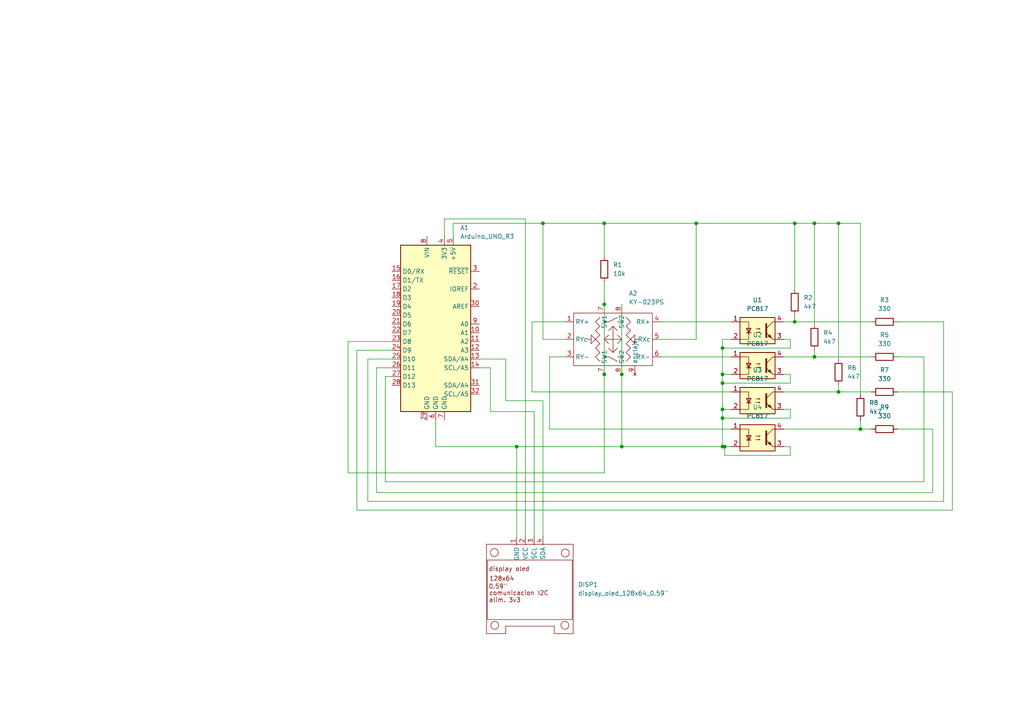
<source format=kicad_sch>
(kicad_sch (version 20211123) (generator eeschema)
  (paper "A4")
  (lib_symbols
    (symbol "Device:R" (pin_numbers hide) (pin_names (offset 0))
      (property "Reference" "R" (at 2.032 0 90))
      (property "Value" "R" (at 0 0 90))
      (symbol "R_0_1"
        (rectangle (start -1.016 -2.54) (end 1.016 2.54) (stroke (width 0.254)))
      )
      (symbol "R_1_1"
        (pin passive line (at 0 3.81 270) (length 1.27) (name "~") (number "1"))
        (pin passive line (at 0 -3.81 90) (length 1.27) (name "~") (number "2"))
      )
    )
    (symbol "Isolator:PC817" (pin_names (offset 1.016))
      (property "Reference" "U" (at -5.08 5.08 0))
      (property "Value" "PC817" (at 0 5.08 0))
      (symbol "PC817_0_1"
        (rectangle (start -5.08 3.81) (end 5.08 -3.81) (stroke (width 0.254)) (fill (type background)))
        (polyline (pts (xy -3.175 -0.635) (xy -1.905 -0.635)) (stroke (width 0.254)))
        (polyline (pts (xy 2.54 0.635) (xy 4.445 2.54)))
        (polyline (pts (xy 4.445 -2.54) (xy 2.54 -0.635)) (fill (type outline)))
        (polyline (pts (xy 4.445 -2.54) (xy 5.08 -2.54)))
        (polyline (pts (xy 4.445 2.54) (xy 5.08 2.54)))
        (polyline (pts (xy -5.08 2.54) (xy -2.54 2.54) (xy -2.54 -0.635)))
        (polyline (pts (xy -2.54 -0.635) (xy -2.54 -2.54) (xy -5.08 -2.54)))
        (polyline (pts (xy 2.54 1.905) (xy 2.54 -1.905) (xy 2.54 -1.905)) (stroke (width 0.508)))
        (polyline (pts (xy -2.54 -0.635) (xy -3.175 0.635) (xy -1.905 0.635) (xy -2.54 -0.635)) (stroke (width 0.254)))
        (polyline (pts (xy -0.508 -0.508) (xy 0.762 -0.508) (xy 0.381 -0.635) (xy 0.381 -0.381) (xy 0.762 -0.508)))
        (polyline (pts (xy -0.508 0.508) (xy 0.762 0.508) (xy 0.381 0.381) (xy 0.381 0.635) (xy 0.762 0.508)))
        (polyline (pts (xy 3.048 -1.651) (xy 3.556 -1.143) (xy 4.064 -2.159) (xy 3.048 -1.651) (xy 3.048 -1.651)) (fill (type outline)))
      )
      (symbol "PC817_1_1"
        (pin passive line (at -7.62 2.54 0) (length 2.54) (name "~") (number "1"))
        (pin passive line (at -7.62 -2.54 0) (length 2.54) (name "~") (number "2"))
        (pin passive line (at 7.62 -2.54 180) (length 2.54) (name "~") (number "3"))
        (pin passive line (at 7.62 2.54 180) (length 2.54) (name "~") (number "4"))
      )
    )
    (symbol "MCU_Module:Arduino_UNO_R3"
      (property "Reference" "A" (at -10.16 23.495 0))
      (property "Value" "Arduino_UNO_R3" (at 5.08 -26.67 0))
      (symbol "Arduino_UNO_R3_0_1"
        (rectangle (start -10.16 22.86) (end 10.16 -25.4) (stroke (width 0.254)) (fill (type background)))
      )
      (symbol "Arduino_UNO_R3_1_1"
        (pin no_connect line (at -10.16 -20.32 0) (length 2.54) hide (name "NC") (number "1"))
        (pin bidirectional line (at 12.7 -2.54 180) (length 2.54) (name "A1") (number "10"))
        (pin bidirectional line (at 12.7 -5.08 180) (length 2.54) (name "A2") (number "11"))
        (pin bidirectional line (at 12.7 -7.62 180) (length 2.54) (name "A3") (number "12"))
        (pin bidirectional line (at 12.7 -10.16 180) (length 2.54) (name "SDA/A4") (number "13"))
        (pin bidirectional line (at 12.7 -12.7 180) (length 2.54) (name "SCL/A5") (number "14"))
        (pin bidirectional line (at -12.7 15.24 0) (length 2.54) (name "D0/RX") (number "15"))
        (pin bidirectional line (at -12.7 12.7 0) (length 2.54) (name "D1/TX") (number "16"))
        (pin bidirectional line (at -12.7 10.16 0) (length 2.54) (name "D2") (number "17"))
        (pin bidirectional line (at -12.7 7.62 0) (length 2.54) (name "D3") (number "18"))
        (pin bidirectional line (at -12.7 5.08 0) (length 2.54) (name "D4") (number "19"))
        (pin output line (at 12.7 10.16 180) (length 2.54) (name "IOREF") (number "2"))
        (pin bidirectional line (at -12.7 2.54 0) (length 2.54) (name "D5") (number "20"))
        (pin bidirectional line (at -12.7 0 0) (length 2.54) (name "D6") (number "21"))
        (pin bidirectional line (at -12.7 -2.54 0) (length 2.54) (name "D7") (number "22"))
        (pin bidirectional line (at -12.7 -5.08 0) (length 2.54) (name "D8") (number "23"))
        (pin bidirectional line (at -12.7 -7.62 0) (length 2.54) (name "D9") (number "24"))
        (pin bidirectional line (at -12.7 -10.16 0) (length 2.54) (name "D10") (number "25"))
        (pin bidirectional line (at -12.7 -12.7 0) (length 2.54) (name "D11") (number "26"))
        (pin bidirectional line (at -12.7 -15.24 0) (length 2.54) (name "D12") (number "27"))
        (pin bidirectional line (at -12.7 -17.78 0) (length 2.54) (name "D13") (number "28"))
        (pin power_in line (at -2.54 -27.94 90) (length 2.54) (name "GND") (number "29"))
        (pin input line (at 12.7 15.24 180) (length 2.54) (name "~{RESET}") (number "3"))
        (pin input line (at 12.7 5.08 180) (length 2.54) (name "AREF") (number "30"))
        (pin bidirectional line (at 12.7 -17.78 180) (length 2.54) (name "SDA/A4") (number "31"))
        (pin bidirectional line (at 12.7 -20.32 180) (length 2.54) (name "SCL/A5") (number "32"))
        (pin power_out line (at 2.54 25.4 270) (length 2.54) (name "3V3") (number "4"))
        (pin power_out line (at 5.08 25.4 270) (length 2.54) (name "+5V") (number "5"))
        (pin power_in line (at 0 -27.94 90) (length 2.54) (name "GND") (number "6"))
        (pin power_in line (at 2.54 -27.94 90) (length 2.54) (name "GND") (number "7"))
        (pin power_in line (at -2.54 25.4 270) (length 2.54) (name "VIN") (number "8"))
        (pin bidirectional line (at 12.7 0 180) (length 2.54) (name "A0") (number "9"))
      )
    )
    (symbol "analog_switch:KY-023PS"
      (property "Reference" "A" (at -10.16 8.89 0))
      (property "Value" "KY-023PS" (at -10.16 -8.89 0))
      (symbol "KY-023PS_0_1"
        (rectangle (start -11.43 7.62) (end 11.43 -7.62))
        (polyline (pts (xy -6.35 0) (xy -7.62 0)))
        (polyline (pts (xy -5.08 5.08) (xy -3.81 6.35)))
        (polyline (pts (xy -2.54 0) (xy 2.54 0)))
        (polyline (pts (xy -2.54 5.08) (xy -2.54 7.62)))
        (polyline (pts (xy -1.27 5.08) (xy -2.54 5.08)))
        (polyline (pts (xy -1.27 5.08) (xy 1.27 6.35)))
        (polyline (pts (xy 0 3.81) (xy 0 -3.81)))
        (polyline (pts (xy 1.27 5.08) (xy 2.54 5.08)))
        (polyline (pts (xy 2.54 5.08) (xy 2.54 7.62)))
        (polyline (pts (xy 6.35 0) (xy 7.62 0)))
        (polyline (pts (xy -1.27 -2.54) (xy 0 -3.81) (xy 1.27 -2.54)))
        (polyline (pts (xy -1.27 2.54) (xy 0 3.81) (xy 1.27 2.54)))
        (polyline (pts (xy 1.27 -5.08) (xy 2.54 -5.08) (xy 2.54 -7.62)))
        (polyline (pts (xy -5.08 0) (xy -6.35 1.27) (xy -6.35 -1.27) (xy -5.08 0)))
        (polyline (pts (xy -2.54 -7.62) (xy -2.54 -5.08) (xy -1.27 -5.08) (xy 1.27 -6.35)))
        (polyline (pts (xy -2.54 0) (xy -1.27 1.27) (xy -2.54 0) (xy -1.27 -1.27)))
        (polyline (pts (xy 2.54 0) (xy 1.27 1.27) (xy 2.54 0) (xy 1.27 -1.27)))
        (polyline (pts (xy 5.08 0) (xy 6.35 1.27) (xy 6.35 -1.27) (xy 5.08 0)))
        (polyline (pts (xy -5.08 0) (xy -3.81 1.27) (xy -5.08 2.54) (xy -3.81 3.81) (xy -5.08 5.08)))
        (polyline (pts (xy -5.08 0) (xy -3.81 -1.27) (xy -5.08 -2.54) (xy -3.81 -3.81) (xy -5.08 -5.08) (xy -3.81 -6.35)))
        (polyline (pts (xy 5.08 0) (xy 3.81 -1.27) (xy 5.08 -2.54) (xy 3.81 -3.81) (xy 5.08 -5.08) (xy 3.81 -6.35)))
        (polyline (pts (xy 5.08 0) (xy 3.81 1.27) (xy 5.08 2.54) (xy 3.81 3.81) (xy 5.08 5.08) (xy 3.81 6.35)))
      )
      (symbol "KY-023PS_1_1"
        (pin bidirectional line (at -13.97 5.08 0) (length 2.54) (name "RY+") (number "1"))
        (pin bidirectional line (at -13.97 0 0) (length 2.54) (name "RYc") (number "2"))
        (pin bidirectional line (at -13.97 -5.08 0) (length 2.54) (name "RY-") (number "3"))
        (pin bidirectional line (at 13.97 5.08 180) (length 2.54) (name "RX+") (number "4"))
        (pin bidirectional line (at 13.97 0 180) (length 2.54) (name "RXc") (number "5"))
        (pin bidirectional line (at 13.97 -5.08 180) (length 2.54) (name "RX-") (number "6"))
        (pin bidirectional line (at -2.54 -10.16 90) (length 2.54) (name "SW1") (number "7"))
        (pin bidirectional line (at -2.54 10.16 270) (length 2.54) (name "SW1") (number "7"))
        (pin bidirectional line (at 2.54 -10.16 90) (length 2.54) (name "SW2") (number "8"))
        (pin bidirectional line (at 2.54 10.16 270) (length 2.54) (name "SW2") (number "8"))
        (pin no_connect line (at 6.35 -10.16 90) (length 2.54) (name "anclaje") (number "9"))
      )
    )
    (symbol "analog_switch:display_oled_128x64_0.59''"
      (property "Reference" "DISP" (at -19.05 69.85 0))
      (property "Value" "display_oled_128x64_0.59''" (at -21.59 62.23 0))
      (symbol "display_oled_128x64_0.59''_0_0"
        (text "0.59''" (at -9.144 0.762 0) (effects (font (size 1.27 1.27))))
        (text "128x64" (at -8.128 3.048 0) (effects (font (size 1.27 1.27))))
        (text "alim. 3v3" (at -7.239 -3.175 0) (effects (font (size 1.27 1.27))))
        (text "comunicacion I2C" (at -3.175 -1.143 0) (effects (font (size 1.27 1.27))))
        (text "display oled" (at -5.969 5.842 0) (effects (font (size 1.27 1.27))))
      )
      (symbol "display_oled_128x64_0.59''_0_1"
        (rectangle (start -12.319 8.382) (end 12.319 -8.89))
        (circle (center -10.287 10.541) (radius 1.143))
        (circle (center -10.16 -10.541) (radius 1.143))
        (polyline (pts (xy -7.112 -12.954) (xy -6.985 -12.954)))
        (polyline (pts (xy 0 12.954) (xy -12.573 12.954)))
        (polyline (pts (xy 12.573 12.954) (xy 0 12.954)))
        (polyline (pts (xy -12.573 -12.954) (xy -12.573 0) (xy -12.573 -0.127)))
        (polyline (pts (xy -12.573 -12.954) (xy -7.112 -12.954) (xy -7.366 -12.954)))
        (polyline (pts (xy -12.573 0) (xy -12.573 12.954) (xy -12.573 12.827)))
        (polyline (pts (xy 12.573 -12.954) (xy 7.112 -12.954) (xy 7.366 -12.954)))
        (polyline (pts (xy 12.573 -12.954) (xy 12.573 0) (xy 12.573 -0.127)))
        (polyline (pts (xy 12.573 0) (xy 12.573 12.954) (xy 12.573 12.827)))
        (polyline (pts (xy 7.112 -12.954) (xy 7.112 -10.795) (xy -6.985 -10.795) (xy -6.985 -12.954) (xy -6.985 -12.573)))
        (circle (center 10.16 -10.541) (radius 1.143))
        (circle (center 10.287 10.414) (radius 1.143))
      )
      (symbol "display_oled_128x64_0.59''_1_1"
        (pin input line (at -3.81 15.24 270) (length 2.54) (name "GND") (number "1"))
        (pin input line (at -1.27 15.24 270) (length 2.54) (name "VCC") (number "2"))
        (pin input line (at 1.27 15.24 270) (length 2.54) (name "SCL") (number "3"))
        (pin input line (at 3.81 15.24 270) (length 2.54) (name "SDA") (number "4"))
      )
    )
  )
  (junction (at 180.34 129.54))
  (junction (at 149.86 129.54))
  (junction (at 201.93 64.77))
  (junction (at 230.505 93.345))
  (junction (at 236.22 64.77))
  (junction (at 175.26 64.77))
  (junction (at 175.26 108.585))
  (junction (at 209.55 121.285))
  (junction (at 243.205 64.77))
  (junction (at 209.55 111.125))
  (junction (at 209.55 129.54))
  (junction (at 230.505 64.77))
  (junction (at 209.55 108.585))
  (junction (at 180.34 108.585))
  (junction (at 209.55 118.745))
  (junction (at 157.48 64.77))
  (junction (at 243.205 113.665))
  (junction (at 236.22 103.505))
  (junction (at 210.185 129.54))
  (junction (at 175.26 88.265))
  (junction (at 249.555 124.46))
  (junction (at 209.55 100.965))
  (wire (pts (xy 230.505 83.82) (xy 230.505 64.77)))
  (wire (pts (xy 209.55 121.285) (xy 209.55 118.745)))
  (wire (pts (xy 227.33 118.745) (xy 229.235 118.745)))
  (wire (pts (xy 236.22 103.505) (xy 236.22 101.6)))
  (wire (pts (xy 276.225 113.665) (xy 276.225 147.955)))
  (wire (pts (xy 229.235 111.125) (xy 209.55 111.125)))
  (wire (pts (xy 209.55 129.54) (xy 210.185 129.54)))
  (wire (pts (xy 210.185 129.54) (xy 212.09 129.54)))
  (wire (pts (xy 106.68 104.14) (xy 106.68 145.415)))
  (wire (pts (xy 212.09 124.46) (xy 159.385 124.46)))
  (wire (pts (xy 154.94 119.38) (xy 154.94 155.575)))
  (wire (pts (xy 260.35 103.505) (xy 267.97 103.505)))
  (wire (pts (xy 100.965 137.16) (xy 175.26 137.16)))
  (wire (pts (xy 109.22 106.68) (xy 109.22 142.875)))
  (wire (pts (xy 157.48 64.77) (xy 175.26 64.77)))
  (wire (pts (xy 201.93 64.77) (xy 230.505 64.77)))
  (wire (pts (xy 227.33 124.46) (xy 249.555 124.46)))
  (wire (pts (xy 154.305 93.345) (xy 163.83 93.345)))
  (wire (pts (xy 273.685 93.345) (xy 273.685 145.415)))
  (wire (pts (xy 243.205 64.77) (xy 243.205 104.14)))
  (wire (pts (xy 209.55 111.125) (xy 209.55 118.745)))
  (wire (pts (xy 249.555 114.3) (xy 249.555 64.77)))
  (wire (pts (xy 180.34 129.54) (xy 209.55 129.54)))
  (wire (pts (xy 243.205 113.665) (xy 252.73 113.665)))
  (wire (pts (xy 191.77 93.345) (xy 212.09 93.345)))
  (wire (pts (xy 159.385 124.46) (xy 159.385 103.505)))
  (wire (pts (xy 159.385 103.505) (xy 163.83 103.505)))
  (wire (pts (xy 201.93 98.425) (xy 201.93 64.77)))
  (wire (pts (xy 227.33 113.665) (xy 243.205 113.665)))
  (wire (pts (xy 212.09 113.665) (xy 154.305 113.665)))
  (wire (pts (xy 175.26 88.265) (xy 175.26 108.585)))
  (wire (pts (xy 175.26 137.16) (xy 175.26 108.585)))
  (wire (pts (xy 209.55 100.965) (xy 209.55 108.585)))
  (wire (pts (xy 209.55 118.745) (xy 212.09 118.745)))
  (wire (pts (xy 230.505 64.77) (xy 236.22 64.77)))
  (wire (pts (xy 209.55 121.285) (xy 209.55 129.54)))
  (wire (pts (xy 270.51 124.46) (xy 270.51 142.875)))
  (wire (pts (xy 152.4 63.5) (xy 152.4 155.575)))
  (wire (pts (xy 149.86 129.54) (xy 149.86 155.575)))
  (wire (pts (xy 157.48 98.425) (xy 157.48 64.77)))
  (wire (pts (xy 273.685 145.415) (xy 106.68 145.415)))
  (wire (pts (xy 267.97 139.7) (xy 111.76 139.7)))
  (wire (pts (xy 175.26 64.77) (xy 201.93 64.77)))
  (wire (pts (xy 270.51 142.875) (xy 109.22 142.875)))
  (wire (pts (xy 229.235 118.745) (xy 229.235 121.285)))
  (wire (pts (xy 236.22 64.77) (xy 243.205 64.77)))
  (wire (pts (xy 209.55 100.965) (xy 209.55 98.425)))
  (wire (pts (xy 180.34 108.585) (xy 180.34 129.54)))
  (wire (pts (xy 191.77 98.425) (xy 201.93 98.425)))
  (wire (pts (xy 230.505 93.345) (xy 230.505 91.44)))
  (wire (pts (xy 109.22 106.68) (xy 113.665 106.68)))
  (wire (pts (xy 191.77 103.505) (xy 212.09 103.505)))
  (wire (pts (xy 260.35 113.665) (xy 276.225 113.665)))
  (wire (pts (xy 175.26 64.77) (xy 175.26 74.295)))
  (wire (pts (xy 236.22 103.505) (xy 252.73 103.505)))
  (wire (pts (xy 146.685 104.14) (xy 139.065 104.14)))
  (wire (pts (xy 210.185 132.08) (xy 210.185 129.54)))
  (wire (pts (xy 276.225 147.955) (xy 103.505 147.955)))
  (wire (pts (xy 146.685 104.14) (xy 146.685 116.205)))
  (wire (pts (xy 152.4 63.5) (xy 128.905 63.5)))
  (wire (pts (xy 149.86 129.54) (xy 180.34 129.54)))
  (wire (pts (xy 154.94 119.38) (xy 142.24 119.38)))
  (wire (pts (xy 175.26 81.915) (xy 175.26 88.265)))
  (wire (pts (xy 163.83 98.425) (xy 157.48 98.425)))
  (wire (pts (xy 131.445 64.77) (xy 157.48 64.77)))
  (wire (pts (xy 236.22 64.77) (xy 236.22 93.98)))
  (wire (pts (xy 249.555 124.46) (xy 249.555 121.92)))
  (wire (pts (xy 126.365 129.54) (xy 149.86 129.54)))
  (wire (pts (xy 227.33 129.54) (xy 229.235 129.54)))
  (wire (pts (xy 113.665 104.14) (xy 106.68 104.14)))
  (wire (pts (xy 227.33 98.425) (xy 229.235 98.425)))
  (wire (pts (xy 209.55 108.585) (xy 212.09 108.585)))
  (wire (pts (xy 267.97 103.505) (xy 267.97 139.7)))
  (wire (pts (xy 157.48 116.205) (xy 146.685 116.205)))
  (wire (pts (xy 243.205 113.665) (xy 243.205 111.76)))
  (wire (pts (xy 229.235 129.54) (xy 229.235 132.08)))
  (wire (pts (xy 100.965 99.06) (xy 100.965 137.16)))
  (wire (pts (xy 249.555 124.46) (xy 252.73 124.46)))
  (wire (pts (xy 126.365 129.54) (xy 126.365 121.92)))
  (wire (pts (xy 260.35 124.46) (xy 270.51 124.46)))
  (wire (pts (xy 229.235 108.585) (xy 229.235 111.125)))
  (wire (pts (xy 229.235 100.965) (xy 209.55 100.965)))
  (wire (pts (xy 103.505 101.6) (xy 113.665 101.6)))
  (wire (pts (xy 209.55 121.285) (xy 229.235 121.285)))
  (wire (pts (xy 142.24 106.68) (xy 142.24 119.38)))
  (wire (pts (xy 227.33 103.505) (xy 236.22 103.505)))
  (wire (pts (xy 128.905 63.5) (xy 128.905 68.58)))
  (wire (pts (xy 103.505 147.955) (xy 103.505 101.6)))
  (wire (pts (xy 157.48 155.575) (xy 157.48 116.205)))
  (wire (pts (xy 209.55 98.425) (xy 212.09 98.425)))
  (wire (pts (xy 111.76 139.7) (xy 111.76 109.22)))
  (wire (pts (xy 139.065 106.68) (xy 142.24 106.68)))
  (wire (pts (xy 243.205 64.77) (xy 249.555 64.77)))
  (wire (pts (xy 229.235 132.08) (xy 210.185 132.08)))
  (wire (pts (xy 209.55 111.125) (xy 209.55 108.585)))
  (wire (pts (xy 154.305 113.665) (xy 154.305 93.345)))
  (wire (pts (xy 113.665 99.06) (xy 100.965 99.06)))
  (wire (pts (xy 227.33 108.585) (xy 229.235 108.585)))
  (wire (pts (xy 260.35 93.345) (xy 273.685 93.345)))
  (wire (pts (xy 227.33 93.345) (xy 230.505 93.345)))
  (wire (pts (xy 229.235 98.425) (xy 229.235 100.965)))
  (wire (pts (xy 131.445 68.58) (xy 131.445 64.77)))
  (wire (pts (xy 180.34 88.265) (xy 180.34 108.585)))
  (wire (pts (xy 111.76 109.22) (xy 113.665 109.22)))
  (wire (pts (xy 230.505 93.345) (xy 252.73 93.345)))
  (symbol (lib_id "Isolator:PC817") (at 219.71 116.205 0) (unit 1)
    (property "Reference" "U3" (at 219.71 107.315 0))
    (property "Value" "PC817" (at 219.71 109.855 0))
    (property "Footprint" "Package_DIP:DIP-4_W7.62mm" (effects hide))
    (property "Datasheet" "http://www.soselectronic.cz/a_info/resource/d/pc817.pdf" (effects hide))
  )
  (symbol (lib_id "Isolator:PC817") (at 219.71 127 0) (unit 1)
    (property "Reference" "U4" (at 219.71 118.11 0))
    (property "Value" "PC817" (at 219.71 120.65 0))
    (property "Footprint" "Package_DIP:DIP-4_W7.62mm" (effects hide))
    (property "Datasheet" "http://www.soselectronic.cz/a_info/resource/d/pc817.pdf" (effects hide))
  )
  (symbol (lib_id "analog_switch:display_oled_128x64_0.59''") (at 153.67 170.815 0) (unit 1)
    (property "Reference" "DISP1" (at 167.64 169.5449 0) (effects (justify left)))
    (property "Value" "display_oled_128x64_0.59''" (at 167.64 172.0849 0) (effects (justify left)))
    (property "Footprint" "analogoPS-KY023:Display_oled_128x64_0.59''" (effects hide))
  )
  (symbol (lib_id "Device:R") (at 249.555 118.11 0) (unit 1)
    (property "Reference" "R8" (at 252.095 116.8399 0) (effects (justify left)))
    (property "Value" "4k7" (at 252.095 119.3799 0) (effects (justify left)))
    (property "Footprint" "Resistor_THT:R_Axial_DIN0204_L3.6mm_D1.6mm_P7.62mm_Horizontal" (effects hide))
  )
  (symbol (lib_id "Device:R") (at 230.505 87.63 0) (unit 1)
    (property "Reference" "R2" (at 233.045 86.3599 0) (effects (justify left)))
    (property "Value" "4k7" (at 233.045 88.8999 0) (effects (justify left)))
    (property "Footprint" "Resistor_THT:R_Axial_DIN0204_L3.6mm_D1.6mm_P7.62mm_Horizontal" (effects hide))
  )
  (symbol (lib_id "Device:R") (at 256.54 113.665 270) (unit 1)
    (property "Reference" "R7" (at 256.54 107.315 90))
    (property "Value" "330" (at 256.54 109.855 90))
    (property "Footprint" "Resistor_THT:R_Axial_DIN0204_L3.6mm_D1.6mm_P7.62mm_Horizontal" (effects hide))
  )
  (symbol (lib_id "Device:R") (at 256.54 93.345 270) (unit 1)
    (property "Reference" "R3" (at 256.54 86.995 90))
    (property "Value" "330" (at 256.54 89.535 90))
    (property "Footprint" "Resistor_THT:R_Axial_DIN0204_L3.6mm_D1.6mm_P7.62mm_Horizontal" (effects hide))
  )
  (symbol (lib_id "Device:R") (at 256.54 124.46 270) (unit 1)
    (property "Reference" "R9" (at 256.54 118.11 90))
    (property "Value" "330" (at 256.54 120.65 90))
    (property "Footprint" "Resistor_THT:R_Axial_DIN0204_L3.6mm_D1.6mm_P7.62mm_Horizontal" (effects hide))
  )
  (symbol (lib_id "Isolator:PC817") (at 219.71 106.045 0) (unit 1)
    (property "Reference" "U2" (at 219.71 97.155 0))
    (property "Value" "PC817" (at 219.71 99.695 0))
    (property "Footprint" "Package_DIP:DIP-4_W7.62mm" (effects hide))
    (property "Datasheet" "http://www.soselectronic.cz/a_info/resource/d/pc817.pdf" (effects hide))
  )
  (symbol (lib_id "Device:R") (at 236.22 97.79 0) (unit 1)
    (property "Reference" "R4" (at 238.76 96.5199 0) (effects (justify left)))
    (property "Value" "4k7" (at 238.76 99.0599 0) (effects (justify left)))
    (property "Footprint" "Resistor_THT:R_Axial_DIN0204_L3.6mm_D1.6mm_P7.62mm_Horizontal" (effects hide))
  )
  (symbol (lib_id "Device:R") (at 256.54 103.505 270) (unit 1)
    (property "Reference" "R5" (at 256.54 97.155 90))
    (property "Value" "330" (at 256.54 99.695 90))
    (property "Footprint" "Resistor_THT:R_Axial_DIN0204_L3.6mm_D1.6mm_P7.62mm_Horizontal" (effects hide))
  )
  (symbol (lib_id "Isolator:PC817") (at 219.71 95.885 0) (unit 1)
    (property "Reference" "U1" (at 219.71 86.995 0))
    (property "Value" "PC817" (at 219.71 89.535 0))
    (property "Footprint" "Package_DIP:DIP-4_W7.62mm" (effects hide))
    (property "Datasheet" "http://www.soselectronic.cz/a_info/resource/d/pc817.pdf" (effects hide))
  )
  (symbol (lib_id "Device:R") (at 175.26 78.105 0) (unit 1)
    (property "Reference" "R1" (at 177.8 76.8349 0) (effects (justify left)))
    (property "Value" "10k" (at 177.8 79.3749 0) (effects (justify left)))
    (property "Footprint" "Resistor_THT:R_Axial_DIN0204_L3.6mm_D1.6mm_P7.62mm_Horizontal" (effects hide))
  )
  (symbol (lib_id "analog_switch:KY-023PS") (at 177.8 98.425 0) (unit 1)
    (property "Reference" "A2" (at 182.3594 85.09 0) (effects (justify left)))
    (property "Value" "KY-023PS" (at 182.3594 87.63 0) (effects (justify left)))
    (property "Footprint" "analogoPS-KY023:KY023-joystickPS" (effects hide))
  )
  (symbol (lib_id "MCU_Module:Arduino_UNO_R3") (at 126.365 93.98 0) (unit 1)
    (property "Reference" "A1" (at 133.4644 66.04 0) (effects (justify left)))
    (property "Value" "Arduino_UNO_R3" (at 133.4644 68.58 0) (effects (justify left)))
    (property "Footprint" "Module:Arduino_UNO_R3" (effects hide))
    (property "Datasheet" "https://www.arduino.cc/en/Main/arduinoBoardUno" (effects hide))
  )
  (symbol (lib_id "Device:R") (at 243.205 107.95 0) (unit 1)
    (property "Reference" "R6" (at 245.745 106.6799 0) (effects (justify left)))
    (property "Value" "4k7" (at 245.745 109.2199 0) (effects (justify left)))
    (property "Footprint" "Resistor_THT:R_Axial_DIN0204_L3.6mm_D1.6mm_P7.62mm_Horizontal" (effects hide))
  )
)
</source>
